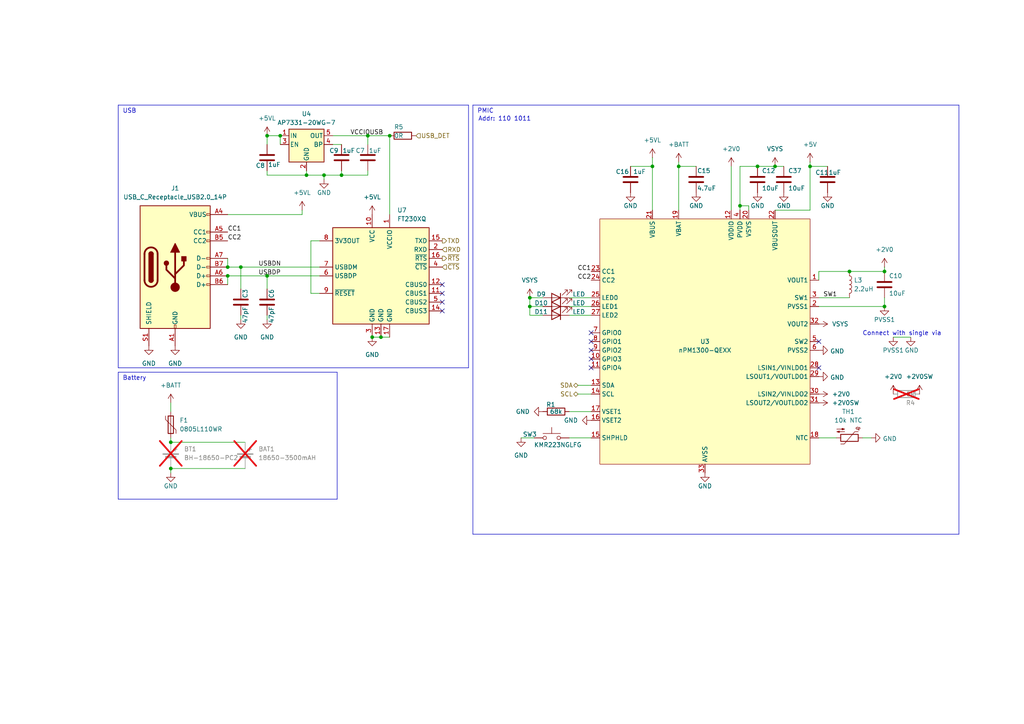
<source format=kicad_sch>
(kicad_sch (version 20231120) (generator "eeschema") (generator_version "8.0")
  (paper "A4")
  (lib_symbols
    (symbol "Connector:USB_C_Receptacle_USB2.0_14P" (pin_names (offset 1.016))
      (property "Reference" "J" (at 0 22.225 0))
      (property "Value" "USB_C_Receptacle_USB2.0_14P" (at 0 19.685 0))
      (symbol "USB_C_Receptacle_USB2.0_14P_0_0"
        (rectangle (start -0.254 -17.78) (end 0.254 -16.764))
        (rectangle (start 10.16 -4.826) (end 9.144 -5.334))
        (rectangle (start 10.16 -2.286) (end 9.144 -2.794))
        (rectangle (start 10.16 0.254) (end 9.144 -0.254))
        (rectangle (start 10.16 2.794) (end 9.144 2.286))
        (rectangle (start 10.16 7.874) (end 9.144 7.366))
        (rectangle (start 10.16 10.414) (end 9.144 9.906))
        (rectangle (start 10.16 15.494) (end 9.144 14.986))
      )
      (symbol "USB_C_Receptacle_USB2.0_14P_0_1"
        (rectangle (start -10.16 17.78) (end 10.16 -17.78) (stroke (width 0.254)) (fill (type background)))
        (arc (start -8.89 -3.81) (mid -6.985 -5.7067) (end -5.08 -3.81) (stroke (width 0.508)))
        (arc (start -7.62 -3.81) (mid -6.985 -4.4423) (end -6.35 -3.81) (stroke (width 0.254)))
        (arc (start -7.62 -3.81) (mid -6.985 -4.4423) (end -6.35 -3.81) (stroke (width 0.254)) (fill (type outline)))
        (rectangle (start -7.62 -3.81) (end -6.35 3.81) (stroke (width 0.254)) (fill (type outline)))
        (arc (start -6.35 3.81) (mid -6.985 4.4423) (end -7.62 3.81) (stroke (width 0.254)))
        (arc (start -6.35 3.81) (mid -6.985 4.4423) (end -7.62 3.81) (stroke (width 0.254)) (fill (type outline)))
        (arc (start -5.08 3.81) (mid -6.985 5.7067) (end -8.89 3.81) (stroke (width 0.508)))
        (circle (center -2.54 1.143) (radius 0.635) (stroke (width 0.254)) (fill (type outline)))
        (circle (center 0 -5.842) (radius 1.27) (fill (type outline)))
        (polyline (pts (xy -8.89 -3.81) (xy -8.89 3.81)) (stroke (width 0.508)))
        (polyline (pts (xy -5.08 3.81) (xy -5.08 -3.81)) (stroke (width 0.508)))
        (polyline (pts (xy 0 -5.842) (xy 0 4.318)) (stroke (width 0.508)))
        (polyline (pts (xy 0 -3.302) (xy -2.54 -0.762) (xy -2.54 0.508)) (stroke (width 0.508)))
        (polyline (pts (xy 0 -2.032) (xy 2.54 0.508) (xy 2.54 1.778)) (stroke (width 0.508)))
        (polyline (pts (xy -1.27 4.318) (xy 0 6.858) (xy 1.27 4.318) (xy -1.27 4.318)) (stroke (width 0.254)) (fill (type outline)))
        (rectangle (start 1.905 1.778) (end 3.175 3.048) (stroke (width 0.254)) (fill (type outline)))
      )
      (symbol "USB_C_Receptacle_USB2.0_14P_1_1"
        (pin passive line (at 0 -22.86 90) (length 5.08) (name "GND") (number "A1"))
        (pin passive line (at 0 -22.86 90) (length 5.08) hide (name "GND") (number "A12"))
        (pin passive line (at 15.24 15.24 180) (length 5.08) (name "VBUS") (number "A4"))
        (pin bidirectional line (at 15.24 10.16 180) (length 5.08) (name "CC1") (number "A5"))
        (pin bidirectional line (at 15.24 -2.54 180) (length 5.08) (name "D+") (number "A6"))
        (pin bidirectional line (at 15.24 2.54 180) (length 5.08) (name "D-") (number "A7"))
        (pin passive line (at 15.24 15.24 180) (length 5.08) hide (name "VBUS") (number "A9"))
        (pin passive line (at 0 -22.86 90) (length 5.08) hide (name "GND") (number "B1"))
        (pin passive line (at 0 -22.86 90) (length 5.08) hide (name "GND") (number "B12"))
        (pin passive line (at 15.24 15.24 180) (length 5.08) hide (name "VBUS") (number "B4"))
        (pin bidirectional line (at 15.24 7.62 180) (length 5.08) (name "CC2") (number "B5"))
        (pin bidirectional line (at 15.24 -5.08 180) (length 5.08) (name "D+") (number "B6"))
        (pin bidirectional line (at 15.24 0 180) (length 5.08) (name "D-") (number "B7"))
        (pin passive line (at 15.24 15.24 180) (length 5.08) hide (name "VBUS") (number "B9"))
        (pin passive line (at -7.62 -22.86 90) (length 5.08) (name "SHIELD") (number "S1"))
      )
    )
    (symbol "Device:Battery_Cell" (pin_numbers hide) (pin_names (offset 0) hide)
      (property "Reference" "BT" (at 2.54 2.54 0))
      (property "Value" "Battery_Cell" (at 2.54 0 0))
      (symbol "Battery_Cell_0_1"
        (rectangle (start -2.286 1.778) (end 2.286 1.524) (fill (type outline)))
        (rectangle (start -1.524 1.016) (end 1.524 0.508) (fill (type outline)))
        (polyline (pts (xy 0 0.762) (xy 0 0)))
        (polyline (pts (xy 0 1.778) (xy 0 2.54)))
        (polyline (pts (xy 0.762 3.048) (xy 1.778 3.048)) (stroke (width 0.254)))
        (polyline (pts (xy 1.27 3.556) (xy 1.27 2.54)) (stroke (width 0.254)))
      )
      (symbol "Battery_Cell_1_1"
        (pin passive line (at 0 5.08 270) (length 2.54) (name "+") (number "1"))
        (pin passive line (at 0 -2.54 90) (length 2.54) (name "-") (number "2"))
      )
    )
    (symbol "Device:C" (pin_numbers hide) (pin_names (offset 0.254))
      (property "Reference" "C" (at 0.635 2.54 0))
      (property "Value" "C" (at 0.635 -2.54 0))
      (symbol "C_0_1"
        (polyline (pts (xy -2.032 -0.762) (xy 2.032 -0.762)) (stroke (width 0.508)))
        (polyline (pts (xy -2.032 0.762) (xy 2.032 0.762)) (stroke (width 0.508)))
      )
      (symbol "C_1_1"
        (pin passive line (at 0 3.81 270) (length 2.794) (name "~") (number "1"))
        (pin passive line (at 0 -3.81 90) (length 2.794) (name "~") (number "2"))
      )
    )
    (symbol "Device:L" (pin_numbers hide) (pin_names (offset 1.016) hide)
      (property "Reference" "L" (at -1.27 0 90))
      (property "Value" "L" (at 1.905 0 90))
      (symbol "L_0_1"
        (arc (start 0 -2.54) (mid 0.6323 -1.905) (end 0 -1.27))
        (arc (start 0 -1.27) (mid 0.6323 -0.635) (end 0 0))
        (arc (start 0 0) (mid 0.6323 0.635) (end 0 1.27))
        (arc (start 0 1.27) (mid 0.6323 1.905) (end 0 2.54))
      )
      (symbol "L_1_1"
        (pin passive line (at 0 3.81 270) (length 1.27) (name "1") (number "1"))
        (pin passive line (at 0 -3.81 90) (length 1.27) (name "2") (number "2"))
      )
    )
    (symbol "Device:LED" (pin_numbers hide) (pin_names (offset 1.016) hide)
      (property "Reference" "D" (at 0 2.54 0))
      (property "Value" "LED" (at 0 -2.54 0))
      (symbol "LED_0_1"
        (polyline (pts (xy -1.27 -1.27) (xy -1.27 1.27)) (stroke (width 0.254)))
        (polyline (pts (xy -1.27 0) (xy 1.27 0)))
        (polyline (pts (xy 1.27 -1.27) (xy 1.27 1.27) (xy -1.27 0) (xy 1.27 -1.27)) (stroke (width 0.254)))
        (polyline (pts (xy -3.048 -0.762) (xy -4.572 -2.286) (xy -3.81 -2.286) (xy -4.572 -2.286) (xy -4.572 -1.524)))
        (polyline (pts (xy -1.778 -0.762) (xy -3.302 -2.286) (xy -2.54 -2.286) (xy -3.302 -2.286) (xy -3.302 -1.524)))
      )
      (symbol "LED_1_1"
        (pin passive line (at -3.81 0 0) (length 2.54) (name "K") (number "1"))
        (pin passive line (at 3.81 0 180) (length 2.54) (name "A") (number "2"))
      )
    )
    (symbol "Device:Polyfuse" (pin_numbers hide) (pin_names (offset 0))
      (property "Reference" "F" (at -2.54 0 90))
      (property "Value" "Polyfuse" (at 2.54 0 90))
      (symbol "Polyfuse_0_1"
        (rectangle (start -0.762 2.54) (end 0.762 -2.54) (stroke (width 0.254)))
        (polyline (pts (xy 0 2.54) (xy 0 -2.54)))
        (polyline (pts (xy -1.524 2.54) (xy -1.524 1.524) (xy 1.524 -1.524) (xy 1.524 -2.54)))
      )
      (symbol "Polyfuse_1_1"
        (pin passive line (at 0 3.81 270) (length 1.27) (name "~") (number "1"))
        (pin passive line (at 0 -3.81 90) (length 1.27) (name "~") (number "2"))
      )
    )
    (symbol "Device:Thermistor_NTC" (pin_numbers hide) (pin_names (offset 0))
      (property "Reference" "TH" (at -4.445 0 90))
      (property "Value" "Thermistor_NTC" (at 3.175 0 90))
      (symbol "Thermistor_NTC_0_1"
        (arc (start -3.048 2.159) (mid -3.0495 2.3143) (end -3.175 2.413))
        (arc (start -3.048 2.159) (mid -2.9736 1.9794) (end -2.794 1.905))
        (arc (start -3.048 2.794) (mid -2.9736 2.6144) (end -2.794 2.54))
        (arc (start -2.794 1.905) (mid -2.6144 1.9794) (end -2.54 2.159))
        (arc (start -2.794 2.54) (mid -2.4393 2.5587) (end -2.159 2.794))
        (arc (start -2.794 3.048) (mid -2.9736 2.9736) (end -3.048 2.794))
        (arc (start -2.54 2.794) (mid -2.6144 2.9736) (end -2.794 3.048))
        (rectangle (start -1.016 2.54) (end 1.016 -2.54) (stroke (width 0.254)))
        (polyline (pts (xy -2.54 2.159) (xy -2.54 2.794)))
        (polyline (pts (xy -1.778 2.54) (xy -1.778 1.524) (xy 1.778 -1.524) (xy 1.778 -2.54)))
        (polyline (pts (xy -2.54 -3.683) (xy -2.54 -1.397) (xy -2.794 -2.159) (xy -2.286 -2.159) (xy -2.54 -1.397) (xy -2.54 -1.651)) (fill (type outline)))
        (polyline (pts (xy -1.778 -1.397) (xy -1.778 -3.683) (xy -2.032 -2.921) (xy -1.524 -2.921) (xy -1.778 -3.683) (xy -1.778 -3.429)) (fill (type outline)))
      )
      (symbol "Thermistor_NTC_1_1"
        (pin passive line (at 0 3.81 270) (length 1.27) (name "~") (number "1"))
        (pin passive line (at 0 -3.81 90) (length 1.27) (name "~") (number "2"))
      )
    )
    (symbol "Interface_USB:FT230XQ"
      (property "Reference" "U" (at -13.97 15.24 0))
      (property "Value" "FT230XQ" (at 7.62 15.24 0))
      (symbol "FT230XQ_0_1"
        (rectangle (start -13.97 13.97) (end 13.97 -13.97) (stroke (width 0.254)) (fill (type background)))
      )
      (symbol "FT230XQ_1_1"
        (pin power_in line (at 2.54 17.78 270) (length 3.81) (name "VCCIO") (number "1"))
        (pin power_in line (at -2.54 17.78 270) (length 3.81) (name "VCC") (number "10"))
        (pin bidirectional line (at 17.78 -5.08 180) (length 3.81) (name "CBUS1") (number "11"))
        (pin bidirectional line (at 17.78 -2.54 180) (length 3.81) (name "CBUS0") (number "12"))
        (pin power_in line (at 0 -17.78 90) (length 3.81) (name "GND") (number "13"))
        (pin bidirectional line (at 17.78 -10.16 180) (length 3.81) (name "CBUS3") (number "14"))
        (pin output line (at 17.78 10.16 180) (length 3.81) (name "TXD") (number "15"))
        (pin output line (at 17.78 5.08 180) (length 3.81) (name "~{RTS}") (number "16"))
        (pin power_in line (at 2.54 -17.78 90) (length 3.81) (name "GND") (number "17"))
        (pin input line (at 17.78 7.62 180) (length 3.81) (name "RXD") (number "2"))
        (pin power_in line (at -2.54 -17.78 90) (length 3.81) (name "GND") (number "3"))
        (pin input line (at 17.78 2.54 180) (length 3.81) (name "~{CTS}") (number "4"))
        (pin bidirectional line (at 17.78 -7.62 180) (length 3.81) (name "CBUS2") (number "5"))
        (pin bidirectional line (at -17.78 0 0) (length 3.81) (name "USBDP") (number "6"))
        (pin bidirectional line (at -17.78 2.54 0) (length 3.81) (name "USBDM") (number "7"))
        (pin power_out line (at -17.78 10.16 0) (length 3.81) (name "3V3OUT") (number "8"))
        (pin input line (at -17.78 -5.08 0) (length 3.81) (name "~{RESET}") (number "9"))
      )
    )
    (symbol "Library:C" (pin_numbers hide) (pin_names (offset 0.254))
      (property "Reference" "C" (at 0.635 2.54 0))
      (property "Value" "C" (at 0.635 -2.54 0))
      (symbol "C_0_1"
        (polyline (pts (xy -2.032 -0.762) (xy 2.032 -0.762)) (stroke (width 0.508)))
        (polyline (pts (xy -2.032 0.762) (xy 2.032 0.762)) (stroke (width 0.508)))
      )
      (symbol "C_1_1"
        (pin passive line (at 0 3.81 270) (length 2.794) (name "~") (number "1"))
        (pin passive line (at 0 -3.81 90) (length 2.794) (name "~") (number "2"))
      )
    )
    (symbol "Library:R" (pin_numbers hide) (pin_names (offset 0))
      (property "Reference" "R" (at 2.032 0 90))
      (property "Value" "R" (at 0 0 90))
      (symbol "R_0_1"
        (rectangle (start -1.016 -2.54) (end 1.016 2.54) (stroke (width 0.254)))
      )
      (symbol "R_1_1"
        (pin passive line (at 0 3.81 270) (length 1.27) (name "~") (number "1"))
        (pin passive line (at 0 -3.81 90) (length 1.27) (name "~") (number "2"))
      )
    )
    (symbol "PCM_nordic-lib-kicad-npm:nPM1300-QEXX"
      (property "Reference" "U" (at 0 0 0))
      (property "Value" "nPM1300-QEXX" (at 0 -2.54 0))
      (symbol "nPM1300-QEXX_0_0"
        (pin power_out line (at 33.02 17.78 180) (length 2.54) (name "VOUT1") (number "1"))
        (pin bidirectional line (at -33.02 -5.08 0) (length 2.54) (name "GPIO3") (number "10"))
        (pin bidirectional line (at -33.02 -7.62 0) (length 2.54) (name "GPIO4") (number "11"))
        (pin power_in line (at 7.62 38.1 270) (length 2.54) (name "VDDIO") (number "12"))
        (pin bidirectional line (at -33.02 -12.7 0) (length 2.54) (name "SDA") (number "13"))
        (pin bidirectional line (at -33.02 -15.24 0) (length 2.54) (name "SCL") (number "14"))
        (pin input line (at -33.02 -27.94 0) (length 2.54) (name "SHPHLD") (number "15"))
        (pin passive line (at -33.02 -22.86 0) (length 2.54) (name "VSET2") (number "16"))
        (pin passive line (at -33.02 -20.32 0) (length 2.54) (name "VSET1") (number "17"))
        (pin passive line (at 33.02 -27.94 180) (length 2.54) (name "NTC") (number "18"))
        (pin power_in line (at -7.62 38.1 270) (length 2.54) (name "VBAT") (number "19"))
        (pin power_out line (at 12.7 38.1 270) (length 2.54) (name "VSYS") (number "20"))
        (pin power_in line (at -15.24 38.1 270) (length 2.54) (name "VBUS") (number "21"))
        (pin power_out line (at 20.32 38.1 270) (length 2.54) (name "VBUSOUT") (number "22"))
        (pin bidirectional line (at -33.02 20.32 0) (length 2.54) (name "CC1") (number "23"))
        (pin bidirectional line (at -33.02 17.78 0) (length 2.54) (name "CC2") (number "24"))
        (pin open_collector line (at -33.02 12.7 0) (length 2.54) (name "LED0") (number "25"))
        (pin open_collector line (at -33.02 10.16 0) (length 2.54) (name "LED1") (number "26"))
        (pin open_collector line (at -33.02 7.62 0) (length 2.54) (name "LED2") (number "27"))
        (pin output line (at 33.02 -10.16 180) (length 2.54) (name "LSOUT1/VOUTLDO1") (number "29"))
        (pin passive line (at 33.02 12.7 180) (length 2.54) (name "SW1") (number "3"))
        (pin input line (at 33.02 -15.24 180) (length 2.54) (name "LSIN2/VINLDO2") (number "30"))
        (pin output line (at 33.02 -17.78 180) (length 2.54) (name "LSOUT2/VOUTLDO2") (number "31"))
        (pin power_out line (at 33.02 5.08 180) (length 2.54) (name "VOUT2") (number "32"))
        (pin power_in line (at 0 -38.1 90) (length 2.54) (name "AVSS") (number "33"))
        (pin power_in line (at 10.16 38.1 270) (length 2.54) (name "PVDD") (number "4"))
        (pin passive line (at 33.02 0 180) (length 2.54) (name "SW2") (number "5"))
        (pin bidirectional line (at -33.02 2.54 0) (length 2.54) (name "GPIO0") (number "7"))
        (pin bidirectional line (at -33.02 0 0) (length 2.54) (name "GPIO1") (number "8"))
        (pin bidirectional line (at -33.02 -2.54 0) (length 2.54) (name "GPIO2") (number "9"))
      )
      (symbol "nPM1300-QEXX_1_0"
        (pin power_in line (at 33.02 10.16 180) (length 2.54) (name "PVSS1") (number "2"))
        (pin input line (at 33.02 -7.62 180) (length 2.54) (name "LSIN1/VINLDO1") (number "28"))
        (pin power_in line (at 33.02 -2.54 180) (length 2.54) (name "PVSS2") (number "6"))
      )
      (symbol "nPM1300-QEXX_1_1"
        (rectangle (start -30.48 35.56) (end 30.48 -35.56) (fill (type background)))
      )
    )
    (symbol "Regulator_Linear:AP131-20" (pin_names (offset 0.254))
      (property "Reference" "U" (at -3.81 5.715 0))
      (property "Value" "AP131-20" (at 0 5.715 0))
      (symbol "AP131-20_0_1"
        (rectangle (start -5.08 4.445) (end 5.08 -5.08) (stroke (width 0.254)) (fill (type background)))
      )
      (symbol "AP131-20_1_1"
        (pin power_in line (at -7.62 2.54 0) (length 2.54) (name "IN") (number "1"))
        (pin power_in line (at 0 -7.62 90) (length 2.54) (name "GND") (number "2"))
        (pin input line (at -7.62 0 0) (length 2.54) (name "EN") (number "3"))
        (pin input line (at 7.62 0 180) (length 2.54) (name "BP") (number "4"))
        (pin power_out line (at 7.62 2.54 180) (length 2.54) (name "OUT") (number "5"))
      )
    )
    (symbol "Switch:SW_Push" (pin_numbers hide) (pin_names (offset 1.016) hide)
      (property "Reference" "SW" (at 1.27 2.54 0))
      (property "Value" "SW_Push" (at 0 -1.524 0))
      (symbol "SW_Push_0_1"
        (circle (center -2.032 0) (radius 0.508))
        (polyline (pts (xy 0 1.27) (xy 0 3.048)))
        (polyline (pts (xy 2.54 1.27) (xy -2.54 1.27)))
        (circle (center 2.032 0) (radius 0.508))
        (pin passive line (at -5.08 0 0) (length 2.54) (name "1") (number "1"))
        (pin passive line (at 5.08 0 180) (length 2.54) (name "2") (number "2"))
      )
    )
    (symbol "power:+1V8" (power) (pin_numbers hide) (pin_names (offset 0) hide)
      (property "Value" "+1V8" (at 0 3.556 0))
      (symbol "+1V8_0_1"
        (polyline (pts (xy -0.762 1.27) (xy 0 2.54)))
        (polyline (pts (xy 0 0) (xy 0 2.54)))
        (polyline (pts (xy 0 2.54) (xy 0.762 1.27)))
      )
      (symbol "+1V8_1_1"
        (pin power_in line (at 0 0 90) (length 0) (name "~") (number "1"))
      )
    )
    (symbol "power:+5V" (power) (pin_numbers hide) (pin_names (offset 0) hide)
      (property "Value" "+5V" (at 0 3.556 0))
      (symbol "+5V_0_1"
        (polyline (pts (xy -0.762 1.27) (xy 0 2.54)))
        (polyline (pts (xy 0 0) (xy 0 2.54)))
        (polyline (pts (xy 0 2.54) (xy 0.762 1.27)))
      )
      (symbol "+5V_1_1"
        (pin power_in line (at 0 0 90) (length 0) (name "~") (number "1"))
      )
    )
    (symbol "power:+5VL" (power) (pin_numbers hide) (pin_names (offset 0) hide)
      (property "Value" "+5VL" (at 0 3.556 0))
      (symbol "+5VL_0_1"
        (polyline (pts (xy -0.762 1.27) (xy 0 2.54)))
        (polyline (pts (xy 0 0) (xy 0 2.54)))
        (polyline (pts (xy 0 2.54) (xy 0.762 1.27)))
      )
      (symbol "+5VL_1_1"
        (pin power_in line (at 0 0 90) (length 0) (name "~") (number "1"))
      )
    )
    (symbol "power:+BATT" (power) (pin_numbers hide) (pin_names (offset 0) hide)
      (property "Value" "+BATT" (at 0 3.556 0))
      (symbol "+BATT_0_1"
        (polyline (pts (xy -0.762 1.27) (xy 0 2.54)))
        (polyline (pts (xy 0 0) (xy 0 2.54)))
        (polyline (pts (xy 0 2.54) (xy 0.762 1.27)))
      )
      (symbol "+BATT_1_1"
        (pin power_in line (at 0 0 90) (length 0) (name "~") (number "1"))
      )
    )
    (symbol "power:GND" (power) (pin_names (offset 0))
      (property "Value" "GND" (at 0 -3.81 0))
      (symbol "GND_0_1"
        (polyline (pts (xy 0 0) (xy 0 -1.27) (xy 1.27 -1.27) (xy 0 -2.54) (xy -1.27 -1.27) (xy 0 -1.27)))
      )
      (symbol "GND_1_1"
        (pin power_in line (at 0 0 270) (length 0) hide (name "GND") (number "1"))
      )
    )
    (symbol "power:VCC" (power) (pin_numbers hide) (pin_names (offset 0) hide)
      (property "Value" "VCC" (at 0 3.556 0))
      (symbol "VCC_0_1"
        (polyline (pts (xy -0.762 1.27) (xy 0 2.54)))
        (polyline (pts (xy 0 0) (xy 0 2.54)))
        (polyline (pts (xy 0 2.54) (xy 0.762 1.27)))
      )
      (symbol "VCC_1_1"
        (pin power_in line (at 0 0 90) (length 0) (name "~") (number "1"))
      )
    )
  )
  (junction (at 110.49 97.79))
  (junction (at 88.9 50.8))
  (junction (at 256.54 78.74))
  (junction (at 106.68 39.37))
  (junction (at 49.53 128.27))
  (junction (at 77.47 39.37))
  (junction (at 107.95 97.79))
  (junction (at 93.98 50.8))
  (junction (at 153.67 88.9))
  (junction (at 99.06 50.8))
  (junction (at 69.85 77.47))
  (junction (at 246.38 78.74))
  (junction (at 66.04 77.47))
  (junction (at 153.67 86.36))
  (junction (at 196.85 48.26))
  (junction (at 66.04 80.01))
  (junction (at 77.47 80.01))
  (junction (at 189.23 48.26))
  (junction (at 81.28 39.37))
  (junction (at 234.95 48.26))
  (junction (at 49.53 135.89))
  (junction (at 224.79 48.26))
  (junction (at 113.03 39.37))
  (junction (at 256.54 88.9))
  (junction (at 219.71 48.26))
  (junction (at 214.63 59.69))
  (no_connect (at 171.45 99.06))
  (no_connect (at 171.45 106.68))
  (no_connect (at 171.45 96.52))
  (no_connect (at 128.27 85.09))
  (no_connect (at 128.27 87.63))
  (no_connect (at 237.49 99.06))
  (no_connect (at 128.27 82.55))
  (no_connect (at 171.45 101.6))
  (no_connect (at 128.27 90.17))
  (no_connect (at 171.45 104.14))
  (no_connect (at 237.49 106.68))
  (wire (pts (xy 246.38 78.74) (xy 256.54 78.74)))
  (wire (pts (xy 69.85 77.47) (xy 66.04 77.47)))
  (wire (pts (xy 153.67 91.44) (xy 157.48 91.44)))
  (polyline (pts (xy 97.79 107.95) (xy 97.79 144.78)))
  (wire (pts (xy 93.98 52.07) (xy 93.98 50.8)))
  (wire (pts (xy 214.63 59.69) (xy 217.17 59.69)))
  (wire (pts (xy 237.49 88.9) (xy 256.54 88.9)))
  (wire (pts (xy 99.06 41.91) (xy 96.52 41.91)))
  (wire (pts (xy 234.95 48.26) (xy 240.03 48.26)))
  (wire (pts (xy 77.47 39.37) (xy 81.28 39.37)))
  (polyline (pts (xy 97.79 107.95) (xy 34.29 107.95)))
  (wire (pts (xy 237.49 86.36) (xy 246.38 86.36)))
  (wire (pts (xy 106.68 49.53) (xy 106.68 50.8)))
  (wire (pts (xy 66.04 62.23) (xy 87.63 62.23)))
  (wire (pts (xy 252.73 127) (xy 250.19 127)))
  (wire (pts (xy 167.64 111.76) (xy 171.45 111.76)))
  (wire (pts (xy 153.67 86.36) (xy 157.48 86.36)))
  (wire (pts (xy 237.49 127) (xy 242.57 127)))
  (wire (pts (xy 165.1 88.9) (xy 171.45 88.9)))
  (wire (pts (xy 88.9 50.8) (xy 93.98 50.8)))
  (wire (pts (xy 69.85 77.47) (xy 69.85 83.82)))
  (wire (pts (xy 106.68 41.91) (xy 106.68 39.37)))
  (wire (pts (xy 165.1 127) (xy 171.45 127)))
  (wire (pts (xy 165.1 119.38) (xy 171.45 119.38)))
  (wire (pts (xy 88.9 50.8) (xy 88.9 49.53)))
  (wire (pts (xy 99.06 49.53) (xy 99.06 50.8)))
  (wire (pts (xy 237.49 78.74) (xy 246.38 78.74)))
  (wire (pts (xy 107.95 97.79) (xy 110.49 97.79)))
  (wire (pts (xy 90.17 69.85) (xy 90.17 85.09)))
  (wire (pts (xy 90.17 85.09) (xy 92.71 85.09)))
  (wire (pts (xy 92.71 77.47) (xy 69.85 77.47)))
  (wire (pts (xy 77.47 80.01) (xy 66.04 80.01)))
  (wire (pts (xy 49.53 119.38) (xy 49.53 116.84)))
  (wire (pts (xy 77.47 41.91) (xy 77.47 39.37)))
  (polyline (pts (xy 34.29 30.48) (xy 34.29 106.68)))
  (polyline (pts (xy 135.89 30.48) (xy 34.29 30.48)))
  (wire (pts (xy 151.13 127) (xy 154.94 127)))
  (polyline (pts (xy 137.16 30.48) (xy 137.16 154.94)))
  (wire (pts (xy 66.04 80.01) (xy 66.04 82.55)))
  (wire (pts (xy 49.53 127) (xy 49.53 128.27)))
  (wire (pts (xy 234.95 48.26) (xy 234.95 46.99)))
  (wire (pts (xy 106.68 50.8) (xy 99.06 50.8)))
  (wire (pts (xy 224.79 48.26) (xy 219.71 48.26)))
  (wire (pts (xy 256.54 77.47) (xy 256.54 78.74)))
  (wire (pts (xy 217.17 59.69) (xy 217.17 60.96)))
  (wire (pts (xy 77.47 80.01) (xy 77.47 83.82)))
  (polyline (pts (xy 97.79 144.78) (xy 34.29 144.78)))
  (wire (pts (xy 214.63 48.26) (xy 214.63 59.69)))
  (polyline (pts (xy 135.89 106.68) (xy 34.29 106.68)))
  (wire (pts (xy 167.64 114.3) (xy 171.45 114.3)))
  (wire (pts (xy 182.88 48.26) (xy 189.23 48.26)))
  (wire (pts (xy 99.06 50.8) (xy 93.98 50.8)))
  (wire (pts (xy 219.71 48.26) (xy 214.63 48.26)))
  (wire (pts (xy 214.63 60.96) (xy 214.63 59.69)))
  (wire (pts (xy 66.04 77.47) (xy 66.04 74.93)))
  (wire (pts (xy 234.95 60.96) (xy 224.79 60.96)))
  (wire (pts (xy 77.47 92.71) (xy 77.47 91.44)))
  (wire (pts (xy 106.68 39.37) (xy 113.03 39.37)))
  (wire (pts (xy 256.54 86.36) (xy 256.54 88.9)))
  (polyline (pts (xy 278.13 154.94) (xy 137.16 154.94)))
  (wire (pts (xy 264.16 97.79) (xy 259.08 97.79)))
  (wire (pts (xy 81.28 41.91) (xy 81.28 39.37)))
  (wire (pts (xy 69.85 92.71) (xy 69.85 91.44)))
  (wire (pts (xy 77.47 50.8) (xy 88.9 50.8)))
  (wire (pts (xy 212.09 48.26) (xy 212.09 60.96)))
  (wire (pts (xy 196.85 48.26) (xy 196.85 46.99)))
  (polyline (pts (xy 278.13 30.48) (xy 278.13 154.94)))
  (wire (pts (xy 49.53 128.27) (xy 71.12 128.27)))
  (wire (pts (xy 96.52 39.37) (xy 106.68 39.37)))
  (wire (pts (xy 227.33 48.26) (xy 224.79 48.26)))
  (wire (pts (xy 110.49 97.79) (xy 113.03 97.79)))
  (wire (pts (xy 165.1 86.36) (xy 171.45 86.36)))
  (wire (pts (xy 92.71 80.01) (xy 77.47 80.01)))
  (wire (pts (xy 77.47 49.53) (xy 77.47 50.8)))
  (wire (pts (xy 165.1 91.44) (xy 171.45 91.44)))
  (wire (pts (xy 234.95 48.26) (xy 234.95 60.96)))
  (wire (pts (xy 87.63 62.23) (xy 87.63 60.96)))
  (wire (pts (xy 49.53 137.16) (xy 49.53 135.89)))
  (wire (pts (xy 113.03 39.37) (xy 113.03 62.23)))
  (wire (pts (xy 196.85 48.26) (xy 201.93 48.26)))
  (wire (pts (xy 49.53 135.89) (xy 71.12 135.89)))
  (wire (pts (xy 92.71 69.85) (xy 90.17 69.85)))
  (wire (pts (xy 189.23 48.26) (xy 189.23 60.96)))
  (polyline (pts (xy 278.13 30.48) (xy 137.16 30.48)))
  (wire (pts (xy 237.49 78.74) (xy 237.49 81.28)))
  (wire (pts (xy 153.67 86.36) (xy 153.67 88.9)))
  (polyline (pts (xy 34.29 107.95) (xy 34.29 144.78)))
  (wire (pts (xy 189.23 45.72) (xy 189.23 48.26)))
  (wire (pts (xy 196.85 48.26) (xy 196.85 60.96)))
  (wire (pts (xy 153.67 88.9) (xy 157.48 88.9)))
  (wire (pts (xy 153.67 88.9) (xy 153.67 91.44)))
  (polyline (pts (xy 135.89 30.48) (xy 135.89 106.68)))
  (text "Connect with single via\n" (at 261.62 96.774 0) (effects (font (size 1.27 1.27))))
  (text "USB\n" (at 35.56 33.02 0) (effects (font (size 1.27 1.27)) (justify left bottom)))
  (text "Addr: 110 1011\n" (at 138.684 35.306 0) (effects (font (size 1.27 1.27)) (justify left bottom)))
  (text "PMIC\n" (at 138.43 33.02 0) (effects (font (size 1.27 1.27)) (justify left bottom)))
  (text "Battery\n" (at 35.56 110.49 0) (effects (font (size 1.27 1.27)) (justify left bottom)))
  (label "CC2" (at 66.04 69.85 0))
  (label "CC1" (at 171.45 78.74 180))
  (label "CC2" (at 171.45 81.28 180))
  (label "VCCIOUSB" (at 101.6 39.37 0))
  (label "SW1" (at 238.76 86.36 0))
  (label "CC1" (at 66.04 67.31 0))
  (label "USBDP" (at 74.93 80.01 0))
  (label "USBDN" (at 74.93 77.47 0))
  (hierarchical_label "RXD" (shape input) (at 128.27 72.39 0))
  (hierarchical_label "SCL" (shape bidirectional) (at 167.64 114.3 180))
  (hierarchical_label "TXD" (shape output) (at 128.27 69.85 0))
  (hierarchical_label "SDA" (shape bidirectional) (at 167.64 111.76 180))
  (hierarchical_label "USB_DET" (shape input) (at 120.65 39.37 0))
  (hierarchical_label "~{CTS}" (shape input) (at 128.27 77.47 0))
  (hierarchical_label "~{RTS}" (shape output) (at 128.27 74.93 0))
  (symbol (lib_id "power:+5VL") (at 87.63 60.96 0) (unit 1)
    (property "Reference" "#PWR028" (effects (hide yes)))
    (property "Value" "+5VL" (at 87.63 55.88 0))
    (property "Description" "Power symbol creates a global label with name \"+5VL\"" (effects (hide yes)))
  )
  (symbol (lib_id "power:GND") (at 237.49 109.22 90) (unit 1)
    (property "Reference" "#PWR048" (effects (hide yes)))
    (property "Value" "GND" (at 242.824 109.474 90))
  )
  (symbol (lib_id "Interface_USB:FT230XQ") (at 110.49 80.01 0) (unit 1)
    (property "Reference" "U7" (at 115.2241 60.96 0) (effects (justify left)))
    (property "Value" "FT230XQ" (at 115.2241 63.5 0) (effects (justify left)))
    (property "Footprint" "Methanesense:QFN-16-1EP_4x4mm_P0.65mm_EP2.1x2.1mm" (effects (hide yes)))
    (property "Datasheet" "https://www.ftdichip.com/Support/Documents/DataSheets/ICs/DS_FT230X.pdf" (effects (hide yes)))
    (property "Description" "Full Speed USB to Basic UART, QFN-16" (effects (hide yes)))
    (property "MPN" "FT230XQ" (effects (hide yes)))
  )
  (symbol (lib_id "Library:C") (at 256.54 82.55 0) (unit 1)
    (property "Reference" "C10" (at 257.81 80.01 0) (effects (justify left)))
    (property "Value" "10uF" (at 257.81 85.09 0) (effects (justify left)))
    (property "Footprint" "Capacitor_SMD:C_0805_2012Metric" (effects (hide yes)))
    (property "Description" "Unpolarized capacitor" (effects (hide yes)))
  )
  (symbol (lib_id "power:GND") (at 171.45 121.92 270) (mirror x) (unit 1)
    (property "Reference" "#PWR0103" (effects (hide yes)))
    (property "Value" "GND" (at 167.64 121.9199 90) (effects (justify right)))
    (property "Description" "Power symbol creates a global label with name \"GND\" , ground" (effects (hide yes)))
  )
  (symbol (lib_id "power:GND") (at 107.95 97.79 0) (unit 1)
    (property "Reference" "#PWR015" (effects (hide yes)))
    (property "Value" "GND" (at 107.95 102.87 0))
  )
  (symbol (lib_id "power:+1V8") (at 237.49 116.84 270) (unit 1)
    (property "Reference" "#PWR013" (effects (hide yes)))
    (property "Value" "+2V0SW" (at 241.3 116.8399 90) (effects (justify left)))
    (property "Description" "Power symbol creates a global label with name \"+1V8\"" (effects (hide yes)))
  )
  (symbol (lib_id "Device:Thermistor_NTC") (at 246.38 127 270) (unit 1)
    (property "Reference" "TH1" (at 246.0625 119.38 90))
    (property "Value" "10k NTC" (at 246.0625 121.92 90))
    (property "Footprint" "Resistor_SMD:R_0603_1608Metric" (effects (hide yes)))
    (property "Description" "Temperature dependent resistor, negative temperature coefficient" (effects (hide yes)))
    (property "MPN" "NTCG163JF103FT1" (effects (hide yes)))
  )
  (symbol (lib_id "power:+1V8") (at 266.7 114.3 0) (unit 1)
    (property "Reference" "#PWR047" (effects (hide yes)))
    (property "Value" "+2V0SW" (at 266.7 109.22 0))
    (property "Description" "Power symbol creates a global label with name \"+1V8\"" (effects (hide yes)))
  )
  (symbol (lib_id "Library:R") (at 161.29 119.38 270) (unit 1)
    (property "Reference" "R1" (at 159.766 117.348 90))
    (property "Value" "68k" (at 161.29 119.38 90))
    (property "Footprint" "Resistor_SMD:R_0603_1608Metric" (effects (hide yes)))
    (property "Description" "Resistor" (effects (hide yes)))
  )
  (symbol (lib_id "power:+5VL") (at 77.47 39.37 0) (unit 1)
    (property "Reference" "#PWR014" (effects (hide yes)))
    (property "Value" "+5VL" (at 77.47 34.29 0))
    (property "Description" "Power symbol creates a global label with name \"+5VL\"" (effects (hide yes)))
  )
  (symbol (lib_id "Regulator_Linear:AP131-20") (at 88.9 41.91 0) (unit 1)
    (property "Reference" "U4" (at 88.9 33.02 0))
    (property "Value" "AP7331-20WG-7" (at 88.9 35.56 0))
    (property "Footprint" "Package_TO_SOT_SMD:SOT-23-5" (effects (hide yes)))
    (property "Datasheet" "https://www.diodes.com/assets/Datasheets/AP7331.pdf" (effects (hide yes)))
    (property "Description" "300mA low dropout linear regulator, shutdown pin, 2.0V fixed positive output, SOT-23-5" (effects (hide yes)))
    (property "MPN" "AP7331-20WG-7" (effects (hide yes)))
  )
  (symbol (lib_id "Library:C") (at 99.06 45.72 0) (unit 1)
    (property "Reference" "C9" (at 95.504 43.688 0) (effects (justify left)))
    (property "Value" "1uF" (at 99.314 43.688 0) (effects (justify left)))
    (property "Footprint" "Capacitor_SMD:C_0603_1608Metric" (effects (hide yes)))
    (property "Description" "Unpolarized capacitor" (effects (hide yes)))
  )
  (symbol (lib_id "power:GND") (at 157.48 119.38 270) (mirror x) (unit 1)
    (property "Reference" "#PWR0102" (effects (hide yes)))
    (property "Value" "GND" (at 153.67 119.3799 90) (effects (justify right)))
    (property "Description" "Power symbol creates a global label with name \"GND\" , ground" (effects (hide yes)))
  )
  (symbol (lib_id "power:GND") (at 77.47 92.71 0) (unit 1)
    (property "Reference" "#PWR017" (effects (hide yes)))
    (property "Value" "GND" (at 77.47 97.79 0))
  )
  (symbol (lib_id "power:GND") (at 49.53 137.16 0) (unit 1)
    (property "Reference" "#PWR043" (effects (hide yes)))
    (property "Value" "GND" (at 49.53 140.97 0))
  )
  (symbol (lib_id "power:+1V8") (at 259.08 114.3 0) (unit 1)
    (property "Reference" "#PWR031" (effects (hide yes)))
    (property "Value" "+2V0" (at 259.08 109.22 0))
    (property "Description" "Power symbol creates a global label with name \"+1V8\"" (effects (hide yes)))
  )
  (symbol (lib_id "Device:C") (at 201.93 52.07 0) (unit 1)
    (property "Reference" "C15" (at 202.184 49.53 0) (effects (justify left)))
    (property "Value" "4.7uF" (at 202.184 54.61 0) (effects (justify left)))
    (property "Footprint" "Capacitor_SMD:C_0603_1608Metric" (effects (hide yes)))
    (property "Description" "Unpolarized capacitor" (effects (hide yes)))
  )
  (symbol (lib_id "Device:L") (at 246.38 82.55 0) (unit 1)
    (property "Reference" "L3" (at 247.65 81.2799 0) (effects (justify left)))
    (property "Value" "2.2uH" (at 247.65 83.8199 0) (effects (justify left)))
    (property "Footprint" "Inductor_SMD:L_1008_2520Metric" (effects (hide yes)))
    (property "MPN" "CVH252009-2R2M" (effects (hide yes)))
  )
  (symbol (lib_id "Switch:SW_Push") (at 160.02 127 0) (mirror y) (unit 1)
    (property "Reference" "SW3" (at 153.67 125.984 0))
    (property "Value" "KMR223NGLFG" (at 161.798 129.032 0))
    (property "Footprint" "Methanesense:SW_Push_1P1T_NO_CK_KMR2" (effects (hide yes)))
    (property "Description" "Push button switch, generic, two pins" (effects (hide yes)))
    (property "MPN" "KMR223NGLFG" (effects (hide yes)))
  )
  (symbol (lib_id "Library:C") (at 182.88 52.07 0) (unit 1)
    (property "Reference" "C16" (at 178.562 49.784 0) (effects (justify left)))
    (property "Value" "1uF" (at 183.642 49.784 0) (effects (justify left)))
    (property "Footprint" "Capacitor_SMD:C_0603_1608Metric" (effects (hide yes)))
    (property "Description" "Unpolarized capacitor" (effects (hide yes)))
  )
  (symbol (lib_id "Device:Battery_Cell") (at 71.12 133.35 0) (unit 1) (on_board no) (dnp yes)
    (property "Reference" "BAT1" (at 74.93 130.2384 0) (effects (justify left)))
    (property "Value" "18650-3500mAH" (at 74.93 132.7784 0) (effects (justify left)))
    (property "Description" "18650 battery" (effects (hide yes)))
  )
  (symbol (lib_id "power:GND") (at 151.13 127 0) (mirror y) (unit 1)
    (property "Reference" "#PWR025" (effects (hide yes)))
    (property "Value" "GND" (at 151.13 132.08 0))
    (property "Description" "Power symbol creates a global label with name \"GND\" , ground" (effects (hide yes)))
  )
  (symbol (lib_id "power:+5VL") (at 107.95 62.23 0) (unit 1)
    (property "Reference" "#PWR011" (effects (hide yes)))
    (property "Value" "+5VL" (at 107.95 57.15 0))
    (property "Description" "Power symbol creates a global label with name \"+5VL\"" (effects (hide yes)))
  )
  (symbol (lib_id "Library:C") (at 240.03 52.07 0) (unit 1)
    (property "Reference" "C11" (at 236.474 50.038 0) (effects (justify left)))
    (property "Value" "1uF" (at 240.284 50.038 0) (effects (justify left)))
    (property "Footprint" "Capacitor_SMD:C_0603_1608Metric" (effects (hide yes)))
    (property "Description" "Unpolarized capacitor" (effects (hide yes)))
  )
  (symbol (lib_id "power:GND") (at 264.16 97.79 0) (unit 1)
    (property "Reference" "#PWR046" (effects (hide yes)))
    (property "Value" "GND" (at 264.414 101.6 0))
  )
  (symbol (lib_id "power:+1V8") (at 256.54 77.47 0) (unit 1)
    (property "Reference" "#PWR027" (effects (hide yes)))
    (property "Value" "+2V0" (at 256.54 72.39 0))
    (property "Description" "Power symbol creates a global label with name \"+1V8\"" (effects (hide yes)))
  )
  (symbol (lib_id "power:GND") (at 237.49 101.6 90) (unit 1)
    (property "Reference" "#PWR097" (effects (hide yes)))
    (property "Value" "GND" (at 242.824 101.854 90))
  )
  (symbol (lib_id "Connector:USB_C_Receptacle_USB2.0_14P") (at 50.8 77.47 0) (unit 1)
    (property "Reference" "J1" (at 50.8 54.61 0))
    (property "Value" "USB_C_Receptacle_USB2.0_14P" (at 50.8 57.15 0))
    (property "Footprint" "Methanesense:USB_C_Receptacle_HCTL_HC-TYPE-C-16P-01A" (effects (hide yes)))
    (property "Datasheet" "https://www.usb.org/sites/default/files/documents/usb_type-c.zip" (effects (hide yes)))
    (property "Description" "USB 2.0-only 14P Type-C Receptacle connector" (effects (hide yes)))
    (property "MPN" "12402012E212A" (effects (hide yes)))
  )
  (symbol (lib_id "power:+1V8") (at 212.09 48.26 0) (unit 1)
    (property "Reference" "#PWR029" (effects (hide yes)))
    (property "Value" "+2V0" (at 212.09 43.18 0))
    (property "Description" "Power symbol creates a global label with name \"+1V8\"" (effects (hide yes)))
  )
  (symbol (lib_id "Library:C") (at 106.68 45.72 0) (unit 1)
    (property "Reference" "C7" (at 103.124 43.688 0) (effects (justify left)))
    (property "Value" "1uF" (at 106.934 43.688 0) (effects (justify left)))
    (property "Footprint" "Capacitor_SMD:C_0603_1608Metric" (effects (hide yes)))
    (property "Description" "Unpolarized capacitor" (effects (hide yes)))
  )
  (symbol (lib_id "Library:C") (at 77.47 87.63 180) (unit 1)
    (property "Reference" "C6" (at 78.74 83.82 90) (effects (justify left)))
    (property "Value" "47pF" (at 78.74 88.9 90) (effects (justify left)))
    (property "Footprint" "Capacitor_SMD:C_0603_1608Metric" (effects (hide yes)))
    (property "Description" "Unpolarized capacitor" (effects (hide yes)))
  )
  (symbol (lib_id "Library:C") (at 77.47 45.72 0) (unit 1)
    (property "Reference" "C8" (at 74.168 48.006 0) (effects (justify left)))
    (property "Value" "1uF" (at 77.724 47.752 0) (effects (justify left)))
    (property "Footprint" "Capacitor_SMD:C_0603_1608Metric" (effects (hide yes)))
    (property "Description" "Unpolarized capacitor" (effects (hide yes)))
  )
  (symbol (lib_id "Library:C") (at 227.33 52.07 0) (unit 1)
    (property "Reference" "C37" (at 228.6 49.53 0) (effects (justify left)))
    (property "Value" "10uF" (at 228.6 54.61 0) (effects (justify left)))
    (property "Footprint" "Capacitor_SMD:C_0805_2012Metric" (effects (hide yes)))
    (property "Description" "Unpolarized capacitor" (effects (hide yes)))
  )
  (symbol (lib_id "power:GND") (at 204.47 137.16 0) (unit 1)
    (property "Reference" "#PWR026" (effects (hide yes)))
    (property "Value" "GND" (at 204.47 140.97 0))
  )
  (symbol (lib_id "power:GND") (at 201.93 55.88 0) (unit 1)
    (property "Reference" "#PWR0106" (effects (hide yes)))
    (property "Value" "GND" (at 201.93 59.69 0))
  )
  (symbol (lib_id "power:GND") (at 93.98 52.07 0) (unit 1)
    (property "Reference" "#PWR024" (effects (hide yes)))
    (property "Value" "GND" (at 93.98 55.88 0))
  )
  (symbol (lib_id "power:+5VL") (at 189.23 45.72 0) (unit 1)
    (property "Reference" "#PWR08" (effects (hide yes)))
    (property "Value" "+5VL" (at 189.23 40.64 0))
    (property "Description" "Power symbol creates a global label with name \"+5VL\"" (effects (hide yes)))
  )
  (symbol (lib_id "Library:R") (at 262.89 114.3 90) (unit 1) (dnp yes)
    (property "Reference" "R4" (at 265.43 116.84 90) (effects (justify left)))
    (property "Value" "0R" (at 265.43 114.3 90) (effects (justify left)))
    (property "Footprint" "Resistor_SMD:R_0603_1608Metric" (effects (hide yes)))
    (property "Description" "Resistor" (effects (hide yes)))
  )
  (symbol (lib_id "power:GND") (at 43.18 100.33 0) (unit 1)
    (property "Reference" "#PWR022" (effects (hide yes)))
    (property "Value" "GND" (at 43.18 105.41 0))
  )
  (symbol (lib_id "power:GND") (at 69.85 92.71 0) (unit 1)
    (property "Reference" "#PWR019" (effects (hide yes)))
    (property "Value" "GND" (at 69.85 97.79 0))
  )
  (symbol (lib_id "power:+5V") (at 234.95 46.99 0) (unit 1)
    (property "Reference" "#PWR010" (effects (hide yes)))
    (property "Value" "+5V" (at 234.95 41.91 0))
    (property "Description" "Power symbol creates a global label with name \"+5V\"" (effects (hide yes)))
  )
  (symbol (lib_id "power:+1V8") (at 237.49 114.3 270) (unit 1)
    (property "Reference" "#PWR096" (effects (hide yes)))
    (property "Value" "+2V0" (at 241.3 114.2999 90) (effects (justify left)))
    (property "Description" "Power symbol creates a global label with name \"+1V8\"" (effects (hide yes)))
  )
  (symbol (lib_id "Device:LED") (at 161.29 88.9 180) (unit 1)
    (property "Reference" "D10" (at 156.972 87.884 0))
    (property "Value" "LED" (at 167.894 87.884 0))
    (property "Footprint" "LED_SMD:LED_0603_1608Metric" (effects (hide yes)))
    (property "Description" "Light emitting diode" (effects (hide yes)))
    (property "MPN" "LG L29K-G2J1-24-Z" (effects (hide yes)))
  )
  (symbol (lib_id "power:GND") (at 240.03 55.88 0) (unit 1)
    (property "Reference" "#PWR033" (effects (hide yes)))
    (property "Value" "GND" (at 240.03 59.69 0))
  )
  (symbol (lib_id "power:GND") (at 259.08 97.79 0) (unit 1)
    (property "Reference" "#PWR045" (effects (hide yes)))
    (property "Value" "PVSS1" (at 259.08 101.6 0))
  )
  (symbol (lib_id "Library:R") (at 116.84 39.37 270) (unit 1)
    (property "Reference" "R5" (at 114.3 36.83 90) (effects (justify left)))
    (property "Value" "0R" (at 114.3 39.37 90) (effects (justify left)))
    (property "Footprint" "Resistor_SMD:R_0603_1608Metric" (effects (hide yes)))
    (property "Description" "Resistor" (effects (hide yes)))
  )
  (symbol (lib_id "Device:LED") (at 161.29 86.36 180) (unit 1)
    (property "Reference" "D9" (at 156.972 85.344 0))
    (property "Value" "LED" (at 167.894 85.344 0))
    (property "Footprint" "LED_SMD:LED_0603_1608Metric" (effects (hide yes)))
    (property "Description" "Light emitting diode" (effects (hide yes)))
    (property "MPN" "LG L29K-G2J1-24-Z" (effects (hide yes)))
  )
  (symbol (lib_id "power:GND") (at 50.8 100.33 0) (unit 1)
    (property "Reference" "#PWR020" (effects (hide yes)))
    (property "Value" "GND" (at 50.8 105.41 0))
  )
  (symbol (lib_id "Device:Polyfuse") (at 49.53 123.19 0) (unit 1)
    (property "Reference" "F1" (at 52.07 121.9199 0) (effects (justify left)))
    (property "Value" "0805L110WR" (at 52.07 124.4599 0) (effects (justify left)))
    (property "Footprint" "Fuse:Fuse_0805_2012Metric" (effects (hide yes)))
    (property "Description" "Resettable fuse, polymeric positive temperature coefficient" (effects (hide yes)))
    (property "MPN" "0805L110WR" (effects (hide yes)))
  )
  (symbol (lib_id "Library:C") (at 219.71 52.07 0) (unit 1)
    (property "Reference" "C12" (at 220.98 49.53 0) (effects (justify left)))
    (property "Value" "10uF" (at 220.98 54.61 0) (effects (justify left)))
    (property "Footprint" "Capacitor_SMD:C_0805_2012Metric" (effects (hide yes)))
    (property "Description" "Unpolarized capacitor" (effects (hide yes)))
  )
  (symbol (lib_id "power:+BATT") (at 196.85 46.99 0) (unit 1)
    (property "Reference" "#PWR09" (effects (hide yes)))
    (property "Value" "+BATT" (at 196.85 41.91 0))
    (property "Description" "Power symbol creates a global label with name \"+BATT\"" (effects (hide yes)))
  )
  (symbol (lib_id "power:VCC") (at 153.67 86.36 0) (unit 1)
    (property "Reference" "#PWR091" (effects (hide yes)))
    (property "Value" "VSYS" (at 153.67 81.28 0))
    (property "Description" "Power symbol creates a global label with name \"VCC\"" (effects (hide yes)))
  )
  (symbol (lib_id "Device:Battery_Cell") (at 49.53 133.35 0) (unit 1) (dnp yes)
    (property "Reference" "BT1" (at 53.34 130.2384 0) (effects (justify left)))
    (property "Value" "BH-18650-PC2" (at 53.34 132.7784 0) (effects (justify left)))
    (property "Footprint" "Methanesense:BatteryHolder_MPD_BH-18650-PC2" (effects (hide yes)))
    (property "Description" "Single-cell battery" (effects (hide yes)))
    (property "MPN" "BH-18650-PC2" (effects (hide yes)))
  )
  (symbol (lib_id "Library:C") (at 69.85 87.63 180) (unit 1)
    (property "Reference" "C3" (at 71.12 83.82 90) (effects (justify left)))
    (property "Value" "47pF" (at 71.12 88.9 90) (effects (justify left)))
    (property "Footprint" "Capacitor_SMD:C_0603_1608Metric" (effects (hide yes)))
    (property "Description" "Unpolarized capacitor" (effects (hide yes)))
  )
  (symbol (lib_id "power:GND") (at 182.88 55.88 0) (unit 1)
    (property "Reference" "#PWR0107" (effects (hide yes)))
    (property "Value" "GND" (at 182.88 59.69 0))
  )
  (symbol (lib_id "power:GND") (at 256.54 88.9 0) (unit 1)
    (property "Reference" "#PWR094" (effects (hide yes)))
    (property "Value" "PVSS1" (at 256.54 92.71 0))
  )
  (symbol (lib_id "power:GND") (at 219.71 55.88 0) (unit 1)
    (property "Reference" "#PWR040" (effects (hide yes)))
    (property "Value" "GND" (at 219.71 59.69 0))
  )
  (symbol (lib_id "Device:LED") (at 161.29 91.44 180) (unit 1)
    (property "Reference" "D11" (at 156.972 90.424 0))
    (property "Value" "LED" (at 167.894 90.424 0))
    (property "Footprint" "LED_SMD:LED_0603_1608Metric" (effects (hide yes)))
    (property "Description" "Light emitting diode" (effects (hide yes)))
    (property "MPN" "LG L29K-G2J1-24-Z" (effects (hide yes)))
  )
  (symbol (lib_id "power:GND") (at 227.33 55.88 0) (unit 1)
    (property "Reference" "#PWR034" (effects (hide yes)))
    (property "Value" "GND" (at 227.33 59.69 0))
  )
  (symbol (lib_id "power:GND") (at 252.73 127 90) (unit 1)
    (property "Reference" "#PWR0101" (effects (hide yes)))
    (property "Value" "GND" (at 258.064 127.254 90))
  )
  (symbol (lib_id "PCM_nordic-lib-kicad-npm:nPM1300-QEXX") (at 204.47 99.06 0) (unit 1)
    (property "Reference" "U3" (at 204.47 99.06 0))
    (property "Value" "nPM1300-QEXX" (at 204.47 101.6 0))
    (property "Footprint" "Methanesense:QFN-32-1EP_5x5mm_P0.5mm_EP3.6x3.6mm_ThermalVias" (effects (hide yes)))
    (property "Datasheet" "https://docs.nordicsemi.com/bundle/ps_npm1300" (effects (hide yes)))
    (property "Description" "PMIC, LED Driver, Battery Charger, QFN-32" (effects (hide yes)))
    (property "MPN" "nPM1300-QEAA-R7" (effects (hide yes)))
  )
  (symbol (lib_id "power:VCC") (at 237.49 93.98 270) (unit 1)
    (property "Reference" "#PWR095" (effects (hide yes)))
    (property "Value" "VSYS" (at 241.3 93.9799 90) (effects (justify left)))
    (property "Description" "Power symbol creates a global label with name \"VCC\"" (effects (hide yes)))
  )
  (symbol (lib_id "power:VCC") (at 224.79 48.26 0) (unit 1)
    (property "Reference" "#PWR053" (effects (hide yes)))
    (property "Value" "VSYS" (at 224.79 43.18 0))
    (property "Description" "Power symbol creates a global label with name \"VCC\"" (effects (hide yes)))
  )
  (symbol (lib_id "power:+BATT") (at 49.53 116.84 0) (unit 1)
    (property "Reference" "#PWR042" (effects (hide yes)))
    (property "Value" "+BATT" (at 49.53 111.76 0))
    (property "Description" "Power symbol creates a global label with name \"+BATT\"" (effects (hide yes)))
  )
)
</source>
